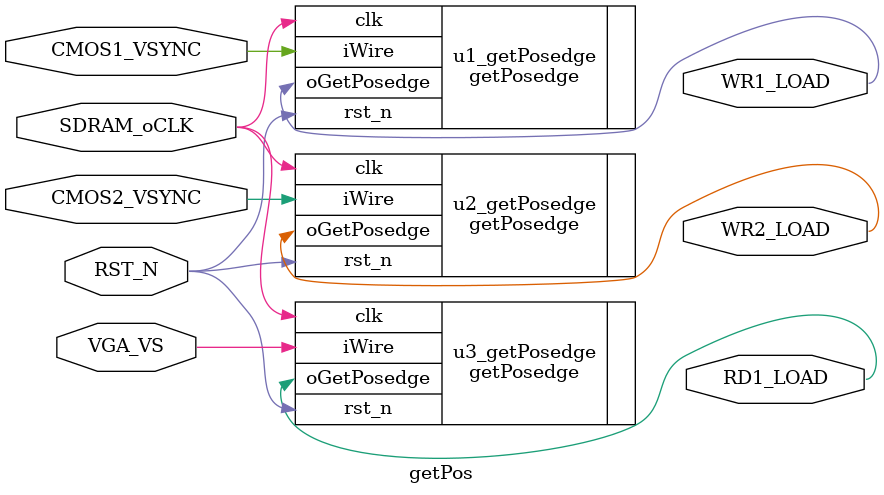
<source format=v>
module getPos (
    // sys
    input  wire                         SDRAM_oCLK                 ,//  100MHz(低速为50MHz, 高速为133MHz)
    input  wire                         RST_N                      ,
    // CMOS1_VSYNC  -->  WR1_LOAD
    input  wire                         CMOS1_VSYNC                ,
    output wire                         WR1_LOAD                   ,
    // CMOS2_VSYNC  -->  WR2_LOAD
    input  wire                         CMOS2_VSYNC                ,
    output wire                         WR2_LOAD                   ,
    // VGA_VS       -->  RD1_LOAD
    input  wire                         VGA_VS                     ,
    output wire                         RD1_LOAD                    
);

getPosedge u1_getPosedge (
    .clk                               (SDRAM_oCLK                ),
    .rst_n                             (RST_N                     ),
    .iWire                             (CMOS1_VSYNC               ),
    .oGetPosedge                       (WR1_LOAD                  ) 
);

getPosedge u2_getPosedge (
    .clk                               (SDRAM_oCLK                ),
    .rst_n                             (RST_N                     ),
    .iWire                             (CMOS2_VSYNC               ),
    .oGetPosedge                       (WR2_LOAD                  ) 
);

getPosedge u3_getPosedge (
    .clk                               (SDRAM_oCLK                ),
    .rst_n                             (RST_N                     ),
    .iWire                             (VGA_VS                    ),
    .oGetPosedge                       (RD1_LOAD                  ) 
);

endmodule

</source>
